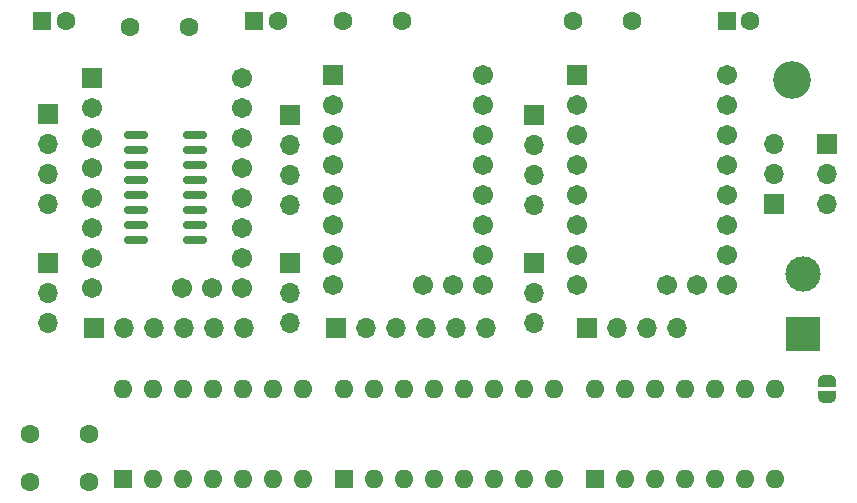
<source format=gbr>
%TF.GenerationSoftware,KiCad,Pcbnew,8.0.4-8.0.4-0~ubuntu24.04.1*%
%TF.CreationDate,2024-08-20T13:37:47+02:00*%
%TF.ProjectId,motor-driver-breakout,6d6f746f-722d-4647-9269-7665722d6272,rev?*%
%TF.SameCoordinates,Original*%
%TF.FileFunction,Soldermask,Top*%
%TF.FilePolarity,Negative*%
%FSLAX46Y46*%
G04 Gerber Fmt 4.6, Leading zero omitted, Abs format (unit mm)*
G04 Created by KiCad (PCBNEW 8.0.4-8.0.4-0~ubuntu24.04.1) date 2024-08-20 13:37:47*
%MOMM*%
%LPD*%
G01*
G04 APERTURE LIST*
G04 Aperture macros list*
%AMRoundRect*
0 Rectangle with rounded corners*
0 $1 Rounding radius*
0 $2 $3 $4 $5 $6 $7 $8 $9 X,Y pos of 4 corners*
0 Add a 4 corners polygon primitive as box body*
4,1,4,$2,$3,$4,$5,$6,$7,$8,$9,$2,$3,0*
0 Add four circle primitives for the rounded corners*
1,1,$1+$1,$2,$3*
1,1,$1+$1,$4,$5*
1,1,$1+$1,$6,$7*
1,1,$1+$1,$8,$9*
0 Add four rect primitives between the rounded corners*
20,1,$1+$1,$2,$3,$4,$5,0*
20,1,$1+$1,$4,$5,$6,$7,0*
20,1,$1+$1,$6,$7,$8,$9,0*
20,1,$1+$1,$8,$9,$2,$3,0*%
%AMFreePoly0*
4,1,19,0.500000,-0.750000,0.000000,-0.750000,0.000000,-0.744911,-0.071157,-0.744911,-0.207708,-0.704816,-0.327430,-0.627875,-0.420627,-0.520320,-0.479746,-0.390866,-0.500000,-0.250000,-0.500000,0.250000,-0.479746,0.390866,-0.420627,0.520320,-0.327430,0.627875,-0.207708,0.704816,-0.071157,0.744911,0.000000,0.744911,0.000000,0.750000,0.500000,0.750000,0.500000,-0.750000,0.500000,-0.750000,
$1*%
%AMFreePoly1*
4,1,19,0.000000,0.744911,0.071157,0.744911,0.207708,0.704816,0.327430,0.627875,0.420627,0.520320,0.479746,0.390866,0.500000,0.250000,0.500000,-0.250000,0.479746,-0.390866,0.420627,-0.520320,0.327430,-0.627875,0.207708,-0.704816,0.071157,-0.744911,0.000000,-0.744911,0.000000,-0.750000,-0.500000,-0.750000,-0.500000,0.750000,0.000000,0.750000,0.000000,0.744911,0.000000,0.744911,
$1*%
G04 Aperture macros list end*
%ADD10FreePoly0,90.000000*%
%ADD11FreePoly1,90.000000*%
%ADD12R,1.700000X1.700000*%
%ADD13O,1.700000X1.700000*%
%ADD14R,3.000000X3.000000*%
%ADD15C,3.000000*%
%ADD16R,1.600000X1.600000*%
%ADD17C,1.600000*%
%ADD18C,1.712000*%
%ADD19RoundRect,0.102000X-0.754000X-0.754000X0.754000X-0.754000X0.754000X0.754000X-0.754000X0.754000X0*%
%ADD20O,1.600000X1.600000*%
%ADD21RoundRect,0.150000X-0.825000X-0.150000X0.825000X-0.150000X0.825000X0.150000X-0.825000X0.150000X0*%
%ADD22C,3.200000*%
G04 APERTURE END LIST*
D10*
%TO.C,JP1*%
X222500000Y-64800000D03*
D11*
X222500000Y-63500000D03*
%TD*%
D12*
%TO.C,J13*%
X202200000Y-59000000D03*
D13*
X204740000Y-59000000D03*
X207280000Y-59000000D03*
X209820000Y-59000000D03*
%TD*%
D14*
%TO.C,J12*%
X220500000Y-59540000D03*
D15*
X220500000Y-54460000D03*
%TD*%
D16*
%TO.C,C1*%
X214000000Y-33000000D03*
D17*
X216000000Y-33000000D03*
%TD*%
%TO.C,C4*%
X201000000Y-33000000D03*
X206000000Y-33000000D03*
%TD*%
D18*
%TO.C,U6*%
X190810000Y-55390000D03*
X188270000Y-55390000D03*
X193350000Y-55390000D03*
X193350000Y-52850000D03*
X193350000Y-50310000D03*
X193350000Y-47770000D03*
X193350000Y-45230000D03*
X193350000Y-42690000D03*
X193350000Y-40150000D03*
X193350000Y-37610000D03*
X180650000Y-55390000D03*
X180650000Y-52850000D03*
X180650000Y-50310000D03*
X180650000Y-47770000D03*
X180650000Y-45230000D03*
X180650000Y-42690000D03*
X180650000Y-40150000D03*
D19*
X180650000Y-37610000D03*
%TD*%
D16*
%TO.C,U3*%
X181600000Y-71800000D03*
D20*
X184140000Y-71800000D03*
X186680000Y-71800000D03*
X189220000Y-71800000D03*
X191760000Y-71800000D03*
X194300000Y-71800000D03*
X196840000Y-71800000D03*
X199380000Y-71800000D03*
X199380000Y-64180000D03*
X196840000Y-64180000D03*
X194300000Y-64180000D03*
X191760000Y-64180000D03*
X189220000Y-64180000D03*
X186680000Y-64180000D03*
X184140000Y-64180000D03*
X181600000Y-64180000D03*
%TD*%
D12*
%TO.C,J1*%
X218000000Y-48540000D03*
D13*
X218000000Y-46000000D03*
X218000000Y-43460000D03*
%TD*%
D21*
%TO.C,U1*%
X164025000Y-42690000D03*
X164025000Y-43960000D03*
X164025000Y-45230000D03*
X164025000Y-46500000D03*
X164025000Y-47770000D03*
X164025000Y-49040000D03*
X164025000Y-50310000D03*
X164025000Y-51580000D03*
X168975000Y-51580000D03*
X168975000Y-50310000D03*
X168975000Y-49040000D03*
X168975000Y-47770000D03*
X168975000Y-46500000D03*
X168975000Y-45230000D03*
X168975000Y-43960000D03*
X168975000Y-42690000D03*
%TD*%
D12*
%TO.C,J7*%
X156500000Y-40905000D03*
D13*
X156500000Y-43445000D03*
X156500000Y-45985000D03*
X156500000Y-48525000D03*
%TD*%
D17*
%TO.C,C2*%
X181500000Y-33000000D03*
X186500000Y-33000000D03*
%TD*%
%TO.C,C6*%
X163500000Y-33500000D03*
X168500000Y-33500000D03*
%TD*%
D16*
%TO.C,U2*%
X202875000Y-71800000D03*
D20*
X205415000Y-71800000D03*
X207955000Y-71800000D03*
X210495000Y-71800000D03*
X213035000Y-71800000D03*
X215575000Y-71800000D03*
X218115000Y-71800000D03*
X218115000Y-64180000D03*
X215575000Y-64180000D03*
X213035000Y-64180000D03*
X210495000Y-64180000D03*
X207955000Y-64180000D03*
X205415000Y-64180000D03*
X202875000Y-64180000D03*
%TD*%
D12*
%TO.C,J10*%
X222500000Y-43460000D03*
D13*
X222500000Y-46000000D03*
X222500000Y-48540000D03*
%TD*%
D12*
%TO.C,J11*%
X160420000Y-59000000D03*
D13*
X162960000Y-59000000D03*
X165500000Y-59000000D03*
X168040000Y-59000000D03*
X170580000Y-59000000D03*
X173120000Y-59000000D03*
%TD*%
D12*
%TO.C,J8*%
X177000000Y-40945000D03*
D13*
X177000000Y-43485000D03*
X177000000Y-46025000D03*
X177000000Y-48565000D03*
%TD*%
D16*
%TO.C,C5*%
X156044888Y-33000000D03*
D17*
X158044888Y-33000000D03*
%TD*%
D16*
%TO.C,U5*%
X162875000Y-71800000D03*
D20*
X165415000Y-71800000D03*
X167955000Y-71800000D03*
X170495000Y-71800000D03*
X173035000Y-71800000D03*
X175575000Y-71800000D03*
X178115000Y-71800000D03*
X178115000Y-64180000D03*
X175575000Y-64180000D03*
X173035000Y-64180000D03*
X170495000Y-64180000D03*
X167955000Y-64180000D03*
X165415000Y-64180000D03*
X162875000Y-64180000D03*
%TD*%
D12*
%TO.C,J4*%
X180880000Y-59000000D03*
D13*
X183420000Y-59000000D03*
X185960000Y-59000000D03*
X188500000Y-59000000D03*
X191040000Y-59000000D03*
X193580000Y-59000000D03*
%TD*%
D19*
%TO.C,U7*%
X201300000Y-37610000D03*
D18*
X201300000Y-40150000D03*
X201300000Y-42690000D03*
X201300000Y-45230000D03*
X201300000Y-47770000D03*
X201300000Y-50310000D03*
X201300000Y-52850000D03*
X201300000Y-55390000D03*
X214000000Y-37610000D03*
X214000000Y-40150000D03*
X214000000Y-42690000D03*
X214000000Y-45230000D03*
X214000000Y-47770000D03*
X214000000Y-50310000D03*
X214000000Y-52850000D03*
X214000000Y-55390000D03*
X208920000Y-55390000D03*
X211460000Y-55390000D03*
%TD*%
D22*
%TO.C,REF\u002A\u002A*%
X219500000Y-38000000D03*
%TD*%
D12*
%TO.C,J5*%
X156500000Y-53525000D03*
D13*
X156500000Y-56065000D03*
X156500000Y-58605000D03*
%TD*%
D16*
%TO.C,C3*%
X174000000Y-33000000D03*
D17*
X176000000Y-33000000D03*
%TD*%
%TO.C,C8*%
X160000000Y-68000000D03*
X155000000Y-68000000D03*
%TD*%
D12*
%TO.C,J3*%
X177000000Y-53525000D03*
D13*
X177000000Y-56065000D03*
X177000000Y-58605000D03*
%TD*%
D12*
%TO.C,J9*%
X197650000Y-40945000D03*
D13*
X197650000Y-43485000D03*
X197650000Y-46025000D03*
X197650000Y-48565000D03*
%TD*%
D17*
%TO.C,C7*%
X160000000Y-72000000D03*
X155000000Y-72000000D03*
%TD*%
D12*
%TO.C,J6*%
X197650000Y-53485000D03*
D13*
X197650000Y-56025000D03*
X197650000Y-58565000D03*
%TD*%
D19*
%TO.C,U4*%
X160300000Y-37800000D03*
D18*
X160300000Y-40340000D03*
X160300000Y-42880000D03*
X160300000Y-45420000D03*
X160300000Y-47960000D03*
X160300000Y-50500000D03*
X160300000Y-53040000D03*
X160300000Y-55580000D03*
X173000000Y-37800000D03*
X173000000Y-40340000D03*
X173000000Y-42880000D03*
X173000000Y-45420000D03*
X173000000Y-47960000D03*
X173000000Y-50500000D03*
X173000000Y-53040000D03*
X173000000Y-55580000D03*
X167920000Y-55580000D03*
X170460000Y-55580000D03*
%TD*%
M02*

</source>
